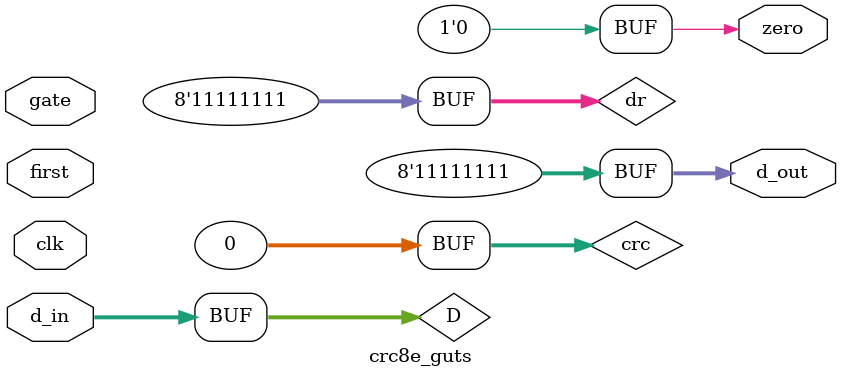
<source format=v>
`timescale 1ns / 1ns
module crc8e_guts(
	input clk,
	input gate,
	input first,  // set this during the first clock cycle of a new block of data
	input [7:0] d_in,
	output [7:0] d_out,
	output zero
);
// http://en.wikipedia.org/wiki/Cyclic_redundancy_check
parameter wid=32;
parameter init=32'hffffffff;

// Three names are magic to crc_guts.vh:
//   D    data in
//   O    old CRC value
//   crc  new CRC value
reg [wid-1:0] crc=0;
wire [7:0] D = d_in;
wire [wid-1:0] O = first ? init : crc;
always @(posedge clk) if (gate) begin
`include "crc8e_guts.vh"
end
wire [7:0] dr = ~crc[wid-1:wid-8]; // note polarity inversion
assign d_out = {dr[0],dr[1],dr[2],dr[3],dr[4],dr[5],dr[6],dr[7]};
// note bit order reversal

// assign zero = ~(|crc);
assign zero = crc==32'hc704dd7b;
endmodule

</source>
